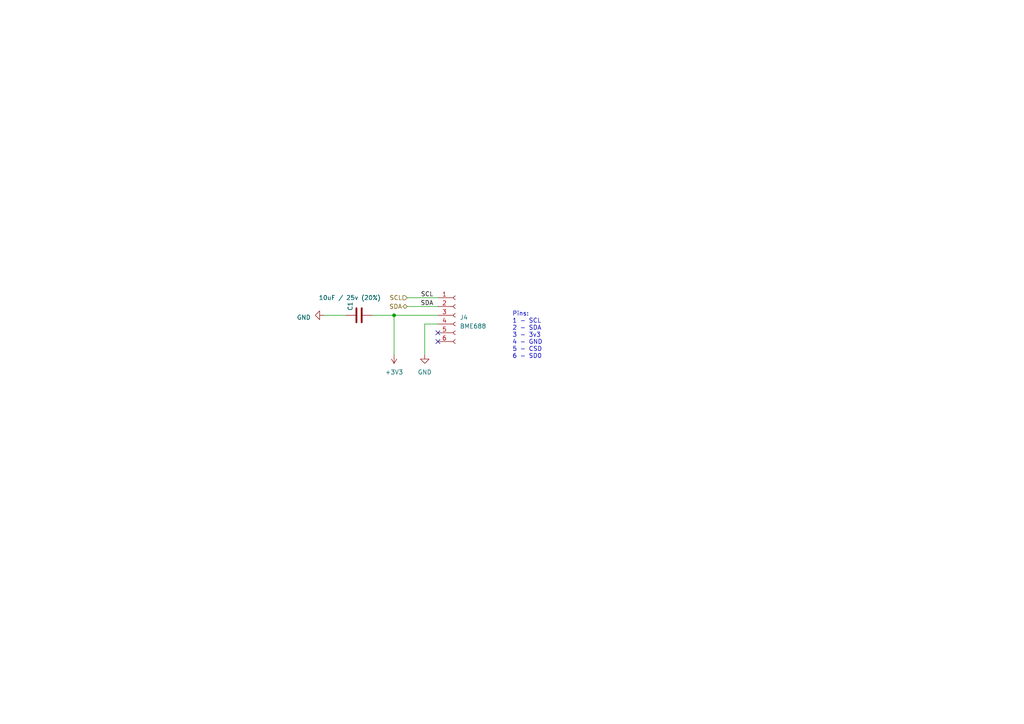
<source format=kicad_sch>
(kicad_sch (version 20230121) (generator eeschema)
  (paper "A4")
  (lib_symbols
    (symbol "Connector:Conn_01x06_Socket" (pin_names (offset 1.016) hide)
      (property "Reference" "J" (at 0 7.62 0))
      (property "Value" "Conn_01x06_Socket" (at 0 -10.16 0))
      (symbol "Conn_01x06_Socket_1_1"
        (arc (start 0 -7.112) (mid -0.5058 -7.62) (end 0 -8.128) (stroke (width 0.1524)))
        (arc (start 0 -4.572) (mid -0.5058 -5.08) (end 0 -5.588) (stroke (width 0.1524)))
        (arc (start 0 -2.032) (mid -0.5058 -2.54) (end 0 -3.048) (stroke (width 0.1524)))
        (polyline (pts (xy -1.27 -7.62) (xy -0.508 -7.62)) (stroke (width 0.1524)))
        (polyline (pts (xy -1.27 -5.08) (xy -0.508 -5.08)) (stroke (width 0.1524)))
        (polyline (pts (xy -1.27 -2.54) (xy -0.508 -2.54)) (stroke (width 0.1524)))
        (polyline (pts (xy -1.27 0) (xy -0.508 0)) (stroke (width 0.1524)))
        (polyline (pts (xy -1.27 2.54) (xy -0.508 2.54)) (stroke (width 0.1524)))
        (polyline (pts (xy -1.27 5.08) (xy -0.508 5.08)) (stroke (width 0.1524)))
        (arc (start 0 0.508) (mid -0.5058 0) (end 0 -0.508) (stroke (width 0.1524)))
        (arc (start 0 3.048) (mid -0.5058 2.54) (end 0 2.032) (stroke (width 0.1524)))
        (arc (start 0 5.588) (mid -0.5058 5.08) (end 0 4.572) (stroke (width 0.1524)))
        (pin passive line (at -5.08 5.08 0) (length 3.81) (name "Pin_1") (number "1"))
        (pin passive line (at -5.08 2.54 0) (length 3.81) (name "Pin_2") (number "2"))
        (pin passive line (at -5.08 0 0) (length 3.81) (name "Pin_3") (number "3"))
        (pin passive line (at -5.08 -2.54 0) (length 3.81) (name "Pin_4") (number "4"))
        (pin passive line (at -5.08 -5.08 0) (length 3.81) (name "Pin_5") (number "5"))
        (pin passive line (at -5.08 -7.62 0) (length 3.81) (name "Pin_6") (number "6"))
      )
    )
    (symbol "Device:C" (pin_numbers hide) (pin_names (offset 0.254))
      (property "Reference" "C" (at 0.635 2.54 0))
      (property "Value" "C" (at 0.635 -2.54 0))
      (symbol "C_0_1"
        (polyline (pts (xy -2.032 -0.762) (xy 2.032 -0.762)) (stroke (width 0.508)))
        (polyline (pts (xy -2.032 0.762) (xy 2.032 0.762)) (stroke (width 0.508)))
      )
      (symbol "C_1_1"
        (pin passive line (at 0 3.81 270) (length 2.794) (name "~") (number "1"))
        (pin passive line (at 0 -3.81 90) (length 2.794) (name "~") (number "2"))
      )
    )
    (symbol "power:+3V3" (power) (pin_names (offset 0))
      (property "Value" "+3V3" (at 0 3.556 0))
      (symbol "+3V3_0_1"
        (polyline (pts (xy -0.762 1.27) (xy 0 2.54)))
        (polyline (pts (xy 0 0) (xy 0 2.54)))
        (polyline (pts (xy 0 2.54) (xy 0.762 1.27)))
      )
      (symbol "+3V3_1_1"
        (pin power_in line (at 0 0 90) (length 0) hide (name "+3V3") (number "1"))
      )
    )
    (symbol "power:GND" (power) (pin_names (offset 0))
      (property "Value" "GND" (at 0 -3.81 0))
      (symbol "GND_0_1"
        (polyline (pts (xy 0 0) (xy 0 -1.27) (xy 1.27 -1.27) (xy 0 -2.54) (xy -1.27 -1.27) (xy 0 -1.27)))
      )
      (symbol "GND_1_1"
        (pin power_in line (at 0 0 270) (length 0) hide (name "GND") (number "1"))
      )
    )
  )
  (junction (at 114.3 91.44))
  (no_connect (at 127 96.52))
  (no_connect (at 127 99.06))
  (wire (pts (xy 93.98 91.44) (xy 100.33 91.44)))
  (wire (pts (xy 127 93.98) (xy 123.19 93.98)))
  (wire (pts (xy 114.3 91.44) (xy 127 91.44)))
  (wire (pts (xy 118.11 86.36) (xy 127 86.36)))
  (wire (pts (xy 114.3 91.44) (xy 114.3 102.87)))
  (wire (pts (xy 118.11 88.9) (xy 127 88.9)))
  (wire (pts (xy 123.19 93.98) (xy 123.19 102.87)))
  (wire (pts (xy 107.95 91.44) (xy 114.3 91.44)))
  (text "Pins:\n1 - SCL\n2 - SDA\n3 - 3v3\n4 - GND\n5 - CSD\n6 - SD0" (at 148.59 104.14 0) (effects (font (size 1.27 1.27)) (justify left bottom)))
  (label "SCL" (at 125.73 86.36 180))
  (label "SDA" (at 125.73 88.9 180))
  (hierarchical_label "SCL" (shape input) (at 118.11 86.36 180))
  (hierarchical_label "SDA" (shape bidirectional) (at 118.11 88.9 180))
  (symbol (lib_id "power:+3V3") (at 114.3 102.87 180) (unit 1)
    (property "Reference" "#PWR037" (effects hide))
    (property "Value" "+3V3" (at 114.3 107.95 0))
  )
  (symbol (lib_id "Connector:Conn_01x06_Socket") (at 132.08 91.44 0) (unit 1)
    (property "Reference" "J4" (at 133.35 92.075 0) (effects (justify left)))
    (property "Value" "BME688" (at 133.35 94.615 0) (effects (justify left)))
    (property "Footprint" "BME688:Sparkfun BME688" (effects hide))
  )
  (symbol (lib_id "Device:C") (at 104.14 91.44 270) (unit 1)
    (property "Reference" "C1" (at 101.6 90.17 0) (effects (justify right)))
    (property "Value" "10uF / 25v (20%)" (at 110.49 86.36 90) (effects (justify right)))
    (property "Footprint" "Capacitor_SMD:C_0603_1608Metric" (effects hide))
    (instances (project "KwartzLab-SensorBoard-Rev1" (path "" (reference "C1") (unit 1)) (path "" (reference "C?") (unit 1)) (path "" (reference "C11") (unit 1)) (path "" (reference "C13") (unit 1))) (project "ic_esp32_wroom_32" (path "" (reference "C1") (unit 1))) (project "ic_esp32_c3_mini" (path "" (reference "C?") (unit 1))))
  )
  (symbol (lib_id "power:GND") (at 93.98 91.44 270) (unit 1)
    (property "Reference" "#PWR032" (effects hide))
    (property "Value" "GND" (at 90.17 92.075 90) (effects (justify right)))
    (instances (project "KwartzLab-SensorBoard-Rev1" (path "" (reference "#PWR032") (unit 1)) (path "" (reference "#PWR036") (unit 1))))
  )
  (symbol (lib_id "power:GND") (at 123.19 102.87 0) (unit 1)
    (property "Reference" "#PWR038" (effects hide))
    (property "Value" "GND" (at 123.19 107.95 0))
  )
)
</source>
